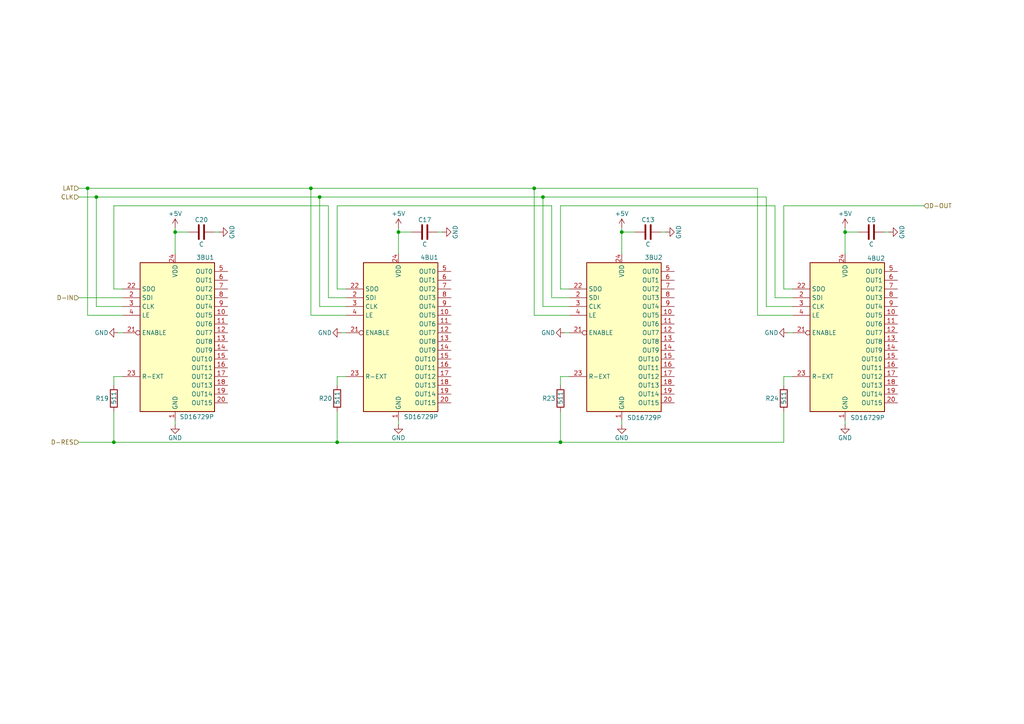
<source format=kicad_sch>
(kicad_sch
	(version 20231120)
	(generator "eeschema")
	(generator_version "8.0")
	(uuid "1c583824-079a-4a57-9356-86df998a9ef1")
	(paper "A4")
	(title_block
		(title "BLUE COLUMN BUFFERS")
		(date "2025-03-24")
		(rev "2009-06-20")
		(comment 1 "SEETOP-PH12-(1/4)4N.PCB")
	)
	(lib_symbols
		(symbol "Device:C"
			(pin_numbers hide)
			(pin_names
				(offset 0.254)
			)
			(exclude_from_sim no)
			(in_bom yes)
			(on_board yes)
			(property "Reference" "C"
				(at 0.635 2.54 0)
				(effects
					(font
						(size 1.27 1.27)
					)
					(justify left)
				)
			)
			(property "Value" "C"
				(at 0.635 -2.54 0)
				(effects
					(font
						(size 1.27 1.27)
					)
					(justify left)
				)
			)
			(property "Footprint" ""
				(at 0.9652 -3.81 0)
				(effects
					(font
						(size 1.27 1.27)
					)
					(hide yes)
				)
			)
			(property "Datasheet" "~"
				(at 0 0 0)
				(effects
					(font
						(size 1.27 1.27)
					)
					(hide yes)
				)
			)
			(property "Description" "Unpolarized capacitor"
				(at 0 0 0)
				(effects
					(font
						(size 1.27 1.27)
					)
					(hide yes)
				)
			)
			(property "ki_keywords" "cap capacitor"
				(at 0 0 0)
				(effects
					(font
						(size 1.27 1.27)
					)
					(hide yes)
				)
			)
			(property "ki_fp_filters" "C_*"
				(at 0 0 0)
				(effects
					(font
						(size 1.27 1.27)
					)
					(hide yes)
				)
			)
			(symbol "C_0_1"
				(polyline
					(pts
						(xy -2.032 -0.762) (xy 2.032 -0.762)
					)
					(stroke
						(width 0.508)
						(type default)
					)
					(fill
						(type none)
					)
				)
				(polyline
					(pts
						(xy -2.032 0.762) (xy 2.032 0.762)
					)
					(stroke
						(width 0.508)
						(type default)
					)
					(fill
						(type none)
					)
				)
			)
			(symbol "C_1_1"
				(pin passive line
					(at 0 3.81 270)
					(length 2.794)
					(name "~"
						(effects
							(font
								(size 1.27 1.27)
							)
						)
					)
					(number "1"
						(effects
							(font
								(size 1.27 1.27)
							)
						)
					)
				)
				(pin passive line
					(at 0 -3.81 90)
					(length 2.794)
					(name "~"
						(effects
							(font
								(size 1.27 1.27)
							)
						)
					)
					(number "2"
						(effects
							(font
								(size 1.27 1.27)
							)
						)
					)
				)
			)
		)
		(symbol "Device:R"
			(pin_numbers hide)
			(pin_names
				(offset 0)
			)
			(exclude_from_sim no)
			(in_bom yes)
			(on_board yes)
			(property "Reference" "R"
				(at 2.032 0 90)
				(effects
					(font
						(size 1.27 1.27)
					)
				)
			)
			(property "Value" "R"
				(at 0 0 90)
				(effects
					(font
						(size 1.27 1.27)
					)
				)
			)
			(property "Footprint" ""
				(at -1.778 0 90)
				(effects
					(font
						(size 1.27 1.27)
					)
					(hide yes)
				)
			)
			(property "Datasheet" "~"
				(at 0 0 0)
				(effects
					(font
						(size 1.27 1.27)
					)
					(hide yes)
				)
			)
			(property "Description" "Resistor"
				(at 0 0 0)
				(effects
					(font
						(size 1.27 1.27)
					)
					(hide yes)
				)
			)
			(property "ki_keywords" "R res resistor"
				(at 0 0 0)
				(effects
					(font
						(size 1.27 1.27)
					)
					(hide yes)
				)
			)
			(property "ki_fp_filters" "R_*"
				(at 0 0 0)
				(effects
					(font
						(size 1.27 1.27)
					)
					(hide yes)
				)
			)
			(symbol "R_0_1"
				(rectangle
					(start -1.016 -2.54)
					(end 1.016 2.54)
					(stroke
						(width 0.254)
						(type default)
					)
					(fill
						(type none)
					)
				)
			)
			(symbol "R_1_1"
				(pin passive line
					(at 0 3.81 270)
					(length 1.27)
					(name "~"
						(effects
							(font
								(size 1.27 1.27)
							)
						)
					)
					(number "1"
						(effects
							(font
								(size 1.27 1.27)
							)
						)
					)
				)
				(pin passive line
					(at 0 -3.81 90)
					(length 1.27)
					(name "~"
						(effects
							(font
								(size 1.27 1.27)
							)
						)
					)
					(number "2"
						(effects
							(font
								(size 1.27 1.27)
							)
						)
					)
				)
			)
		)
		(symbol "power:+5V"
			(power)
			(pin_numbers hide)
			(pin_names
				(offset 0) hide)
			(exclude_from_sim no)
			(in_bom yes)
			(on_board yes)
			(property "Reference" "#PWR"
				(at 0 -3.81 0)
				(effects
					(font
						(size 1.27 1.27)
					)
					(hide yes)
				)
			)
			(property "Value" "+5V"
				(at 0 3.556 0)
				(effects
					(font
						(size 1.27 1.27)
					)
				)
			)
			(property "Footprint" ""
				(at 0 0 0)
				(effects
					(font
						(size 1.27 1.27)
					)
					(hide yes)
				)
			)
			(property "Datasheet" ""
				(at 0 0 0)
				(effects
					(font
						(size 1.27 1.27)
					)
					(hide yes)
				)
			)
			(property "Description" "Power symbol creates a global label with name \"+5V\""
				(at 0 0 0)
				(effects
					(font
						(size 1.27 1.27)
					)
					(hide yes)
				)
			)
			(property "ki_keywords" "global power"
				(at 0 0 0)
				(effects
					(font
						(size 1.27 1.27)
					)
					(hide yes)
				)
			)
			(symbol "+5V_0_1"
				(polyline
					(pts
						(xy -0.762 1.27) (xy 0 2.54)
					)
					(stroke
						(width 0)
						(type default)
					)
					(fill
						(type none)
					)
				)
				(polyline
					(pts
						(xy 0 0) (xy 0 2.54)
					)
					(stroke
						(width 0)
						(type default)
					)
					(fill
						(type none)
					)
				)
				(polyline
					(pts
						(xy 0 2.54) (xy 0.762 1.27)
					)
					(stroke
						(width 0)
						(type default)
					)
					(fill
						(type none)
					)
				)
			)
			(symbol "+5V_1_1"
				(pin power_in line
					(at 0 0 90)
					(length 0)
					(name "~"
						(effects
							(font
								(size 1.27 1.27)
							)
						)
					)
					(number "1"
						(effects
							(font
								(size 1.27 1.27)
							)
						)
					)
				)
			)
		)
		(symbol "power:GND"
			(power)
			(pin_numbers hide)
			(pin_names
				(offset 0) hide)
			(exclude_from_sim no)
			(in_bom yes)
			(on_board yes)
			(property "Reference" "#PWR"
				(at 0 -6.35 0)
				(effects
					(font
						(size 1.27 1.27)
					)
					(hide yes)
				)
			)
			(property "Value" "GND"
				(at 0 -3.81 0)
				(effects
					(font
						(size 1.27 1.27)
					)
				)
			)
			(property "Footprint" ""
				(at 0 0 0)
				(effects
					(font
						(size 1.27 1.27)
					)
					(hide yes)
				)
			)
			(property "Datasheet" ""
				(at 0 0 0)
				(effects
					(font
						(size 1.27 1.27)
					)
					(hide yes)
				)
			)
			(property "Description" "Power symbol creates a global label with name \"GND\" , ground"
				(at 0 0 0)
				(effects
					(font
						(size 1.27 1.27)
					)
					(hide yes)
				)
			)
			(property "ki_keywords" "global power"
				(at 0 0 0)
				(effects
					(font
						(size 1.27 1.27)
					)
					(hide yes)
				)
			)
			(symbol "GND_0_1"
				(polyline
					(pts
						(xy 0 0) (xy 0 -1.27) (xy 1.27 -1.27) (xy 0 -2.54) (xy -1.27 -1.27) (xy 0 -1.27)
					)
					(stroke
						(width 0)
						(type default)
					)
					(fill
						(type none)
					)
				)
			)
			(symbol "GND_1_1"
				(pin power_in line
					(at 0 0 270)
					(length 0)
					(name "~"
						(effects
							(font
								(size 1.27 1.27)
							)
						)
					)
					(number "1"
						(effects
							(font
								(size 1.27 1.27)
							)
						)
					)
				)
			)
		)
		(symbol "private:SD16729P"
			(exclude_from_sim no)
			(in_bom yes)
			(on_board yes)
			(property "Reference" "U1"
				(at 7.874 21.59 0)
				(effects
					(font
						(size 1.27 1.27)
					)
					(justify left)
				)
			)
			(property "Value" "SD16729P"
				(at 1.778 -24.384 0)
				(effects
					(font
						(size 1.27 1.27)
					)
					(justify left)
				)
			)
			(property "Footprint" "Package_SO:QSOP-24_3.9x8.7mm_P0.635mm"
				(at 0.635 -24.765 0)
				(effects
					(font
						(size 1.27 1.27)
					)
					(justify left)
					(hide yes)
				)
			)
			(property "Datasheet" ""
				(at -10.16 17.78 0)
				(effects
					(font
						(size 1.27 1.27)
					)
					(hide yes)
				)
			)
			(property "Description" "16-channel LED driver with error detection, current gain control and 12/16 bit PWM brightness control, QSOP-24"
				(at -0.254 -3.556 0)
				(effects
					(font
						(size 1.27 1.27)
					)
					(hide yes)
				)
			)
			(property "ki_keywords" "PWM LED driver error detection brightness QSOP-24"
				(at 0 0 0)
				(effects
					(font
						(size 1.27 1.27)
					)
					(hide yes)
				)
			)
			(property "ki_fp_filters" "QSOP*3.9x8.7mm*P0.635mm*"
				(at 0 0 0)
				(effects
					(font
						(size 1.27 1.27)
					)
					(hide yes)
				)
			)
			(symbol "SD16729P_0_1"
				(rectangle
					(start -10.16 20.32)
					(end 11.43 -22.86)
					(stroke
						(width 0.254)
						(type default)
					)
					(fill
						(type background)
					)
				)
			)
			(symbol "SD16729P_1_1"
				(pin power_in line
					(at 0 -25.4 90)
					(length 2.54)
					(name "GND"
						(effects
							(font
								(size 1.27 1.27)
							)
						)
					)
					(number "1"
						(effects
							(font
								(size 1.27 1.27)
							)
						)
					)
				)
				(pin output line
					(at 15.24 5.08 180)
					(length 3.81)
					(name "OUT5"
						(effects
							(font
								(size 1.27 1.27)
							)
						)
					)
					(number "10"
						(effects
							(font
								(size 1.27 1.27)
							)
						)
					)
				)
				(pin output line
					(at 15.24 2.54 180)
					(length 3.81)
					(name "OUT6"
						(effects
							(font
								(size 1.27 1.27)
							)
						)
					)
					(number "11"
						(effects
							(font
								(size 1.27 1.27)
							)
						)
					)
				)
				(pin output line
					(at 15.24 0 180)
					(length 3.81)
					(name "OUT7"
						(effects
							(font
								(size 1.27 1.27)
							)
						)
					)
					(number "12"
						(effects
							(font
								(size 1.27 1.27)
							)
						)
					)
				)
				(pin output line
					(at 15.24 -2.54 180)
					(length 3.81)
					(name "OUT8"
						(effects
							(font
								(size 1.27 1.27)
							)
						)
					)
					(number "13"
						(effects
							(font
								(size 1.27 1.27)
							)
						)
					)
				)
				(pin output line
					(at 15.24 -5.08 180)
					(length 3.81)
					(name "OUT9"
						(effects
							(font
								(size 1.27 1.27)
							)
						)
					)
					(number "14"
						(effects
							(font
								(size 1.27 1.27)
							)
						)
					)
				)
				(pin output line
					(at 15.24 -7.62 180)
					(length 3.81)
					(name "OUT10"
						(effects
							(font
								(size 1.27 1.27)
							)
						)
					)
					(number "15"
						(effects
							(font
								(size 1.27 1.27)
							)
						)
					)
				)
				(pin output line
					(at 15.24 -10.16 180)
					(length 3.81)
					(name "OUT11"
						(effects
							(font
								(size 1.27 1.27)
							)
						)
					)
					(number "16"
						(effects
							(font
								(size 1.27 1.27)
							)
						)
					)
				)
				(pin output line
					(at 15.24 -12.7 180)
					(length 3.81)
					(name "OUT12"
						(effects
							(font
								(size 1.27 1.27)
							)
						)
					)
					(number "17"
						(effects
							(font
								(size 1.27 1.27)
							)
						)
					)
				)
				(pin output line
					(at 15.24 -15.24 180)
					(length 3.81)
					(name "OUT13"
						(effects
							(font
								(size 1.27 1.27)
							)
						)
					)
					(number "18"
						(effects
							(font
								(size 1.27 1.27)
							)
						)
					)
				)
				(pin output line
					(at 15.24 -17.78 180)
					(length 3.81)
					(name "OUT14"
						(effects
							(font
								(size 1.27 1.27)
							)
						)
					)
					(number "19"
						(effects
							(font
								(size 1.27 1.27)
							)
						)
					)
				)
				(pin input line
					(at -15.24 10.16 0)
					(length 5.08)
					(name "SDI"
						(effects
							(font
								(size 1.27 1.27)
							)
						)
					)
					(number "2"
						(effects
							(font
								(size 1.27 1.27)
							)
						)
					)
				)
				(pin output line
					(at 15.24 -20.32 180)
					(length 3.81)
					(name "OUT15"
						(effects
							(font
								(size 1.27 1.27)
							)
						)
					)
					(number "20"
						(effects
							(font
								(size 1.27 1.27)
							)
						)
					)
				)
				(pin input inverted
					(at -15.24 0 0)
					(length 5.08)
					(name "ENABLE"
						(effects
							(font
								(size 1.27 1.27)
							)
						)
					)
					(number "21"
						(effects
							(font
								(size 1.27 1.27)
							)
						)
					)
				)
				(pin output line
					(at -15.24 12.7 0)
					(length 5.08)
					(name "SDO"
						(effects
							(font
								(size 1.27 1.27)
							)
						)
					)
					(number "22"
						(effects
							(font
								(size 1.27 1.27)
							)
						)
					)
				)
				(pin passive line
					(at -15.24 -12.7 0)
					(length 5.08)
					(name "R-EXT"
						(effects
							(font
								(size 1.27 1.27)
							)
						)
					)
					(number "23"
						(effects
							(font
								(size 1.27 1.27)
							)
						)
					)
				)
				(pin power_in line
					(at 0 22.86 270)
					(length 2.54)
					(name "VDD"
						(effects
							(font
								(size 1.27 1.27)
							)
						)
					)
					(number "24"
						(effects
							(font
								(size 1.27 1.27)
							)
						)
					)
				)
				(pin input line
					(at -15.24 7.62 0)
					(length 5.08)
					(name "CLK"
						(effects
							(font
								(size 1.27 1.27)
							)
						)
					)
					(number "3"
						(effects
							(font
								(size 1.27 1.27)
							)
						)
					)
				)
				(pin input line
					(at -15.24 5.08 0)
					(length 5.08)
					(name "LE"
						(effects
							(font
								(size 1.27 1.27)
							)
						)
					)
					(number "4"
						(effects
							(font
								(size 1.27 1.27)
							)
						)
					)
				)
				(pin output line
					(at 15.24 17.78 180)
					(length 3.81)
					(name "OUT0"
						(effects
							(font
								(size 1.27 1.27)
							)
						)
					)
					(number "5"
						(effects
							(font
								(size 1.27 1.27)
							)
						)
					)
				)
				(pin output line
					(at 15.24 15.24 180)
					(length 3.81)
					(name "OUT1"
						(effects
							(font
								(size 1.27 1.27)
							)
						)
					)
					(number "6"
						(effects
							(font
								(size 1.27 1.27)
							)
						)
					)
				)
				(pin output line
					(at 15.24 12.7 180)
					(length 3.81)
					(name "OUT2"
						(effects
							(font
								(size 1.27 1.27)
							)
						)
					)
					(number "7"
						(effects
							(font
								(size 1.27 1.27)
							)
						)
					)
				)
				(pin output line
					(at 15.24 10.16 180)
					(length 3.81)
					(name "OUT3"
						(effects
							(font
								(size 1.27 1.27)
							)
						)
					)
					(number "8"
						(effects
							(font
								(size 1.27 1.27)
							)
						)
					)
				)
				(pin output line
					(at 15.24 7.62 180)
					(length 3.81)
					(name "OUT4"
						(effects
							(font
								(size 1.27 1.27)
							)
						)
					)
					(number "9"
						(effects
							(font
								(size 1.27 1.27)
							)
						)
					)
				)
			)
		)
	)
	(junction
		(at 115.57 67.31)
		(diameter 0)
		(color 0 0 0 0)
		(uuid "1c52a2a7-8361-42f0-9217-65da31cbabb1")
	)
	(junction
		(at 27.94 57.15)
		(diameter 0)
		(color 0 0 0 0)
		(uuid "1de10ec1-25db-4c01-a803-325147d18fd4")
	)
	(junction
		(at 157.48 57.15)
		(diameter 0)
		(color 0 0 0 0)
		(uuid "48c2056f-081b-44ec-8887-7f3fdd0117b0")
	)
	(junction
		(at 180.34 67.31)
		(diameter 0)
		(color 0 0 0 0)
		(uuid "498928b3-fd81-4785-a720-f41730c0b151")
	)
	(junction
		(at 245.11 67.31)
		(diameter 0)
		(color 0 0 0 0)
		(uuid "7f3432c4-b5f6-4f80-8b76-7e5219c67a50")
	)
	(junction
		(at 97.79 128.27)
		(diameter 0)
		(color 0 0 0 0)
		(uuid "9761b807-8aee-4c1a-89fc-ccd47c42e2b0")
	)
	(junction
		(at 50.8 67.31)
		(diameter 0)
		(color 0 0 0 0)
		(uuid "9a9db8a3-3da8-4a5b-8a72-07c937e177ab")
	)
	(junction
		(at 90.17 54.61)
		(diameter 0)
		(color 0 0 0 0)
		(uuid "ac6ea9b5-0418-45aa-b6a4-9e5037042bc4")
	)
	(junction
		(at 162.56 128.27)
		(diameter 0)
		(color 0 0 0 0)
		(uuid "b9f91801-691c-46ee-ad9e-ad975ab87059")
	)
	(junction
		(at 154.94 54.61)
		(diameter 0)
		(color 0 0 0 0)
		(uuid "d9816ffd-8ffb-4341-977b-5cd655af13ab")
	)
	(junction
		(at 33.02 128.27)
		(diameter 0)
		(color 0 0 0 0)
		(uuid "e5f53d8f-5994-454c-9495-9a8b0cef819d")
	)
	(junction
		(at 25.4 54.61)
		(diameter 0)
		(color 0 0 0 0)
		(uuid "e8b23980-dc8a-47ef-9b92-0fe3f8f7ccfa")
	)
	(junction
		(at 92.71 57.15)
		(diameter 0)
		(color 0 0 0 0)
		(uuid "f2465982-adf9-4e90-9e81-8d981848071f")
	)
	(wire
		(pts
			(xy 227.33 109.22) (xy 227.33 111.76)
		)
		(stroke
			(width 0)
			(type default)
		)
		(uuid "005af82f-af52-400e-b580-dc844c0fde37")
	)
	(wire
		(pts
			(xy 165.1 91.44) (xy 154.94 91.44)
		)
		(stroke
			(width 0)
			(type default)
		)
		(uuid "09c9d2b7-ee28-4341-b647-f5a1975c63c8")
	)
	(wire
		(pts
			(xy 245.11 66.04) (xy 245.11 67.31)
		)
		(stroke
			(width 0)
			(type default)
		)
		(uuid "0a49fddf-bd57-4549-ac2d-afbae80ffc37")
	)
	(wire
		(pts
			(xy 33.02 119.38) (xy 33.02 128.27)
		)
		(stroke
			(width 0)
			(type default)
		)
		(uuid "0d5b1fb2-3923-4287-a112-32956f79f816")
	)
	(wire
		(pts
			(xy 127 67.31) (xy 128.27 67.31)
		)
		(stroke
			(width 0)
			(type default)
		)
		(uuid "0dcb5afb-cbcd-4510-8275-f8a5ab1ae0b4")
	)
	(wire
		(pts
			(xy 157.48 57.15) (xy 157.48 88.9)
		)
		(stroke
			(width 0)
			(type default)
		)
		(uuid "0e308bc2-e721-451d-80af-427b6c389073")
	)
	(wire
		(pts
			(xy 97.79 59.69) (xy 97.79 83.82)
		)
		(stroke
			(width 0)
			(type default)
		)
		(uuid "122569f5-9e37-4596-b1f8-6b3d15120dea")
	)
	(wire
		(pts
			(xy 245.11 121.92) (xy 245.11 123.19)
		)
		(stroke
			(width 0)
			(type default)
		)
		(uuid "14423659-b49d-4481-a4be-a0702dd06960")
	)
	(wire
		(pts
			(xy 92.71 88.9) (xy 100.33 88.9)
		)
		(stroke
			(width 0)
			(type default)
		)
		(uuid "151d298b-ce1f-4563-995d-41661cd5e764")
	)
	(wire
		(pts
			(xy 222.25 57.15) (xy 222.25 88.9)
		)
		(stroke
			(width 0)
			(type default)
		)
		(uuid "15549b12-7feb-4d98-bcb5-51ff19a7d452")
	)
	(wire
		(pts
			(xy 219.71 91.44) (xy 229.87 91.44)
		)
		(stroke
			(width 0)
			(type default)
		)
		(uuid "1b33cd93-c36a-4f2b-90d3-395658480659")
	)
	(wire
		(pts
			(xy 162.56 119.38) (xy 162.56 128.27)
		)
		(stroke
			(width 0)
			(type default)
		)
		(uuid "241d321d-1352-4c18-8ff5-34ab51975cdc")
	)
	(wire
		(pts
			(xy 90.17 54.61) (xy 154.94 54.61)
		)
		(stroke
			(width 0)
			(type default)
		)
		(uuid "28e1baa2-4156-4e4a-a9ca-4c2c06fb4677")
	)
	(wire
		(pts
			(xy 228.6 96.52) (xy 229.87 96.52)
		)
		(stroke
			(width 0)
			(type default)
		)
		(uuid "2bce69a4-4bdb-4d89-aed7-c41fbae700ac")
	)
	(wire
		(pts
			(xy 35.56 88.9) (xy 27.94 88.9)
		)
		(stroke
			(width 0)
			(type default)
		)
		(uuid "3546b122-2c7d-443a-8ad9-debcaf098174")
	)
	(wire
		(pts
			(xy 256.54 67.31) (xy 257.81 67.31)
		)
		(stroke
			(width 0)
			(type default)
		)
		(uuid "35602a2d-14f6-4c5e-936e-e97d170cb321")
	)
	(wire
		(pts
			(xy 90.17 54.61) (xy 90.17 91.44)
		)
		(stroke
			(width 0)
			(type default)
		)
		(uuid "37ee25da-b285-4c84-b317-68cc885b4017")
	)
	(wire
		(pts
			(xy 180.34 67.31) (xy 180.34 73.66)
		)
		(stroke
			(width 0)
			(type default)
		)
		(uuid "39ffc795-9e89-4367-b6b7-6f7608cab038")
	)
	(wire
		(pts
			(xy 245.11 67.31) (xy 245.11 73.66)
		)
		(stroke
			(width 0)
			(type default)
		)
		(uuid "3b56f3e4-9106-42b8-8215-5a90092b2af3")
	)
	(wire
		(pts
			(xy 115.57 67.31) (xy 115.57 73.66)
		)
		(stroke
			(width 0)
			(type default)
		)
		(uuid "4707bd76-2bd7-47ed-88c7-82f66be4dd93")
	)
	(wire
		(pts
			(xy 115.57 121.92) (xy 115.57 123.19)
		)
		(stroke
			(width 0)
			(type default)
		)
		(uuid "4cd59da4-1721-4daa-8b14-376d4f1fe567")
	)
	(wire
		(pts
			(xy 227.33 59.69) (xy 267.97 59.69)
		)
		(stroke
			(width 0)
			(type default)
		)
		(uuid "50064a29-5fb4-41f2-9230-397d780b497c")
	)
	(wire
		(pts
			(xy 27.94 57.15) (xy 92.71 57.15)
		)
		(stroke
			(width 0)
			(type default)
		)
		(uuid "51a25e2e-9713-43b6-821f-b0df706f7ede")
	)
	(wire
		(pts
			(xy 50.8 121.92) (xy 50.8 123.19)
		)
		(stroke
			(width 0)
			(type default)
		)
		(uuid "51cedc42-749f-455a-aace-48ec1e9430cc")
	)
	(wire
		(pts
			(xy 229.87 83.82) (xy 227.33 83.82)
		)
		(stroke
			(width 0)
			(type default)
		)
		(uuid "527f380b-d211-40e2-8b3a-e1a5ad451153")
	)
	(wire
		(pts
			(xy 229.87 109.22) (xy 227.33 109.22)
		)
		(stroke
			(width 0)
			(type default)
		)
		(uuid "570bed21-dcf8-4783-8c9c-8b19c493a301")
	)
	(wire
		(pts
			(xy 50.8 66.04) (xy 50.8 67.31)
		)
		(stroke
			(width 0)
			(type default)
		)
		(uuid "5799b211-83a9-4d82-814e-fd9135206f9a")
	)
	(wire
		(pts
			(xy 97.79 128.27) (xy 162.56 128.27)
		)
		(stroke
			(width 0)
			(type default)
		)
		(uuid "58d97da0-edc0-4da9-9920-bdf270c0ee35")
	)
	(wire
		(pts
			(xy 33.02 83.82) (xy 35.56 83.82)
		)
		(stroke
			(width 0)
			(type default)
		)
		(uuid "598e55cf-b38f-441c-82df-92229d54cb03")
	)
	(wire
		(pts
			(xy 180.34 121.92) (xy 180.34 123.19)
		)
		(stroke
			(width 0)
			(type default)
		)
		(uuid "612a732f-9d17-4bab-b875-51476be2c3e8")
	)
	(wire
		(pts
			(xy 162.56 83.82) (xy 165.1 83.82)
		)
		(stroke
			(width 0)
			(type default)
		)
		(uuid "62e4130e-c289-4022-9128-ed535bb0d5a5")
	)
	(wire
		(pts
			(xy 191.77 67.31) (xy 193.04 67.31)
		)
		(stroke
			(width 0)
			(type default)
		)
		(uuid "635c06ee-63b4-469c-94bc-05cf2702fe05")
	)
	(wire
		(pts
			(xy 154.94 54.61) (xy 154.94 91.44)
		)
		(stroke
			(width 0)
			(type default)
		)
		(uuid "65fde8b2-e69f-4a53-81b4-ae392785a0a2")
	)
	(wire
		(pts
			(xy 219.71 54.61) (xy 219.71 91.44)
		)
		(stroke
			(width 0)
			(type default)
		)
		(uuid "6a91f54c-c96c-4aa2-b360-119e720a24eb")
	)
	(wire
		(pts
			(xy 115.57 67.31) (xy 119.38 67.31)
		)
		(stroke
			(width 0)
			(type default)
		)
		(uuid "6ce8cc12-0792-4799-9c04-6f3105318ec3")
	)
	(wire
		(pts
			(xy 160.02 86.36) (xy 160.02 59.69)
		)
		(stroke
			(width 0)
			(type default)
		)
		(uuid "6e6045dc-a91b-4124-bd5d-c0bacb8f11da")
	)
	(wire
		(pts
			(xy 35.56 91.44) (xy 25.4 91.44)
		)
		(stroke
			(width 0)
			(type default)
		)
		(uuid "70cd2741-3acf-4fa9-bf8c-c11550d5e332")
	)
	(wire
		(pts
			(xy 222.25 88.9) (xy 229.87 88.9)
		)
		(stroke
			(width 0)
			(type default)
		)
		(uuid "7112f6e1-92d0-435a-ab29-a5a713071386")
	)
	(wire
		(pts
			(xy 99.06 96.52) (xy 100.33 96.52)
		)
		(stroke
			(width 0)
			(type default)
		)
		(uuid "72b9a880-c1f8-4ca7-bd2f-f2a26d3119a3")
	)
	(wire
		(pts
			(xy 95.25 86.36) (xy 95.25 59.69)
		)
		(stroke
			(width 0)
			(type default)
		)
		(uuid "7700a870-542d-4ee4-b6cb-82a9b60d3757")
	)
	(wire
		(pts
			(xy 50.8 67.31) (xy 54.61 67.31)
		)
		(stroke
			(width 0)
			(type default)
		)
		(uuid "798a623b-19a8-4fe5-b4d3-690135b77ea7")
	)
	(wire
		(pts
			(xy 100.33 91.44) (xy 90.17 91.44)
		)
		(stroke
			(width 0)
			(type default)
		)
		(uuid "7aea4ca4-70f9-4ac2-87dc-dbb1bb7796a6")
	)
	(wire
		(pts
			(xy 22.86 57.15) (xy 27.94 57.15)
		)
		(stroke
			(width 0)
			(type default)
		)
		(uuid "7d398094-4ec1-491c-88ae-c8fe5deff16b")
	)
	(wire
		(pts
			(xy 97.79 109.22) (xy 97.79 111.76)
		)
		(stroke
			(width 0)
			(type default)
		)
		(uuid "813273ab-e1e1-47fb-86ba-998d04d1d556")
	)
	(wire
		(pts
			(xy 33.02 59.69) (xy 33.02 83.82)
		)
		(stroke
			(width 0)
			(type default)
		)
		(uuid "82cadc72-4bf2-46df-933b-aaf4ff2a9e5e")
	)
	(wire
		(pts
			(xy 165.1 86.36) (xy 160.02 86.36)
		)
		(stroke
			(width 0)
			(type default)
		)
		(uuid "85756e72-32be-49b2-9049-1127e7d67987")
	)
	(wire
		(pts
			(xy 33.02 109.22) (xy 33.02 111.76)
		)
		(stroke
			(width 0)
			(type default)
		)
		(uuid "8a4282cb-7b33-4810-8875-5df158d005bc")
	)
	(wire
		(pts
			(xy 100.33 109.22) (xy 97.79 109.22)
		)
		(stroke
			(width 0)
			(type default)
		)
		(uuid "8aaf2bc8-bc83-4a6b-ad0c-293d8d1e273b")
	)
	(wire
		(pts
			(xy 180.34 66.04) (xy 180.34 67.31)
		)
		(stroke
			(width 0)
			(type default)
		)
		(uuid "90dfa27c-fe54-45b5-87c4-b1ccb6e4de2a")
	)
	(wire
		(pts
			(xy 154.94 54.61) (xy 219.71 54.61)
		)
		(stroke
			(width 0)
			(type default)
		)
		(uuid "96ae747e-45f4-4d34-8da0-904e3e23bee7")
	)
	(wire
		(pts
			(xy 157.48 57.15) (xy 222.25 57.15)
		)
		(stroke
			(width 0)
			(type default)
		)
		(uuid "98d18b03-4cad-46d3-b799-ca703b57afe1")
	)
	(wire
		(pts
			(xy 22.86 54.61) (xy 25.4 54.61)
		)
		(stroke
			(width 0)
			(type default)
		)
		(uuid "9a86807d-c8ca-4f29-93e3-54113b12919d")
	)
	(wire
		(pts
			(xy 224.79 59.69) (xy 162.56 59.69)
		)
		(stroke
			(width 0)
			(type default)
		)
		(uuid "9be4a0d2-7f0a-4b95-9cc7-94844f43e1a0")
	)
	(wire
		(pts
			(xy 34.29 96.52) (xy 35.56 96.52)
		)
		(stroke
			(width 0)
			(type default)
		)
		(uuid "9e5ae94e-bd3e-4c3d-810d-a0a3bc133dcd")
	)
	(wire
		(pts
			(xy 25.4 54.61) (xy 90.17 54.61)
		)
		(stroke
			(width 0)
			(type default)
		)
		(uuid "a055bb81-70a8-4743-8c01-dec9f7362eea")
	)
	(wire
		(pts
			(xy 180.34 67.31) (xy 184.15 67.31)
		)
		(stroke
			(width 0)
			(type default)
		)
		(uuid "a2ed790b-ca23-4cfe-9203-81136953a62f")
	)
	(wire
		(pts
			(xy 229.87 86.36) (xy 224.79 86.36)
		)
		(stroke
			(width 0)
			(type default)
		)
		(uuid "a41bf4a5-358b-4a49-b358-f7864c28f44a")
	)
	(wire
		(pts
			(xy 97.79 83.82) (xy 100.33 83.82)
		)
		(stroke
			(width 0)
			(type default)
		)
		(uuid "a8a34a4e-a2d4-42bd-82d5-d409d9d81288")
	)
	(wire
		(pts
			(xy 163.83 96.52) (xy 165.1 96.52)
		)
		(stroke
			(width 0)
			(type default)
		)
		(uuid "a950857d-dc4e-403f-b6bf-79b4c2bb1939")
	)
	(wire
		(pts
			(xy 95.25 59.69) (xy 33.02 59.69)
		)
		(stroke
			(width 0)
			(type default)
		)
		(uuid "accc4280-160f-4c83-a9c4-0eafb7c3ed7c")
	)
	(wire
		(pts
			(xy 115.57 66.04) (xy 115.57 67.31)
		)
		(stroke
			(width 0)
			(type default)
		)
		(uuid "ace943db-7b92-456a-9fe6-493ba9f1424f")
	)
	(wire
		(pts
			(xy 157.48 88.9) (xy 165.1 88.9)
		)
		(stroke
			(width 0)
			(type default)
		)
		(uuid "adcb4131-5e8b-44f0-a4e5-7ff64650bada")
	)
	(wire
		(pts
			(xy 160.02 59.69) (xy 97.79 59.69)
		)
		(stroke
			(width 0)
			(type default)
		)
		(uuid "af1c8245-052b-462a-9544-d513ba731275")
	)
	(wire
		(pts
			(xy 92.71 57.15) (xy 157.48 57.15)
		)
		(stroke
			(width 0)
			(type default)
		)
		(uuid "afef2354-e3d2-4169-91ac-388757e645ad")
	)
	(wire
		(pts
			(xy 165.1 109.22) (xy 162.56 109.22)
		)
		(stroke
			(width 0)
			(type default)
		)
		(uuid "b2c5cb9f-bc0e-4e77-a539-1d445010edf9")
	)
	(wire
		(pts
			(xy 162.56 128.27) (xy 227.33 128.27)
		)
		(stroke
			(width 0)
			(type default)
		)
		(uuid "b6ff15b4-327a-434e-9004-e69e7ba9e1f7")
	)
	(wire
		(pts
			(xy 162.56 59.69) (xy 162.56 83.82)
		)
		(stroke
			(width 0)
			(type default)
		)
		(uuid "c0d62322-5953-4f7f-9bbb-8c5bee761f95")
	)
	(wire
		(pts
			(xy 227.33 83.82) (xy 227.33 59.69)
		)
		(stroke
			(width 0)
			(type default)
		)
		(uuid "c0e5f54b-9d16-4c0f-911c-63b0c08a5269")
	)
	(wire
		(pts
			(xy 245.11 67.31) (xy 248.92 67.31)
		)
		(stroke
			(width 0)
			(type default)
		)
		(uuid "c79a072f-8719-4b3d-a70d-2291cc6dd182")
	)
	(wire
		(pts
			(xy 22.86 128.27) (xy 33.02 128.27)
		)
		(stroke
			(width 0)
			(type default)
		)
		(uuid "d1450af4-d351-4f41-a460-02837aaf87e5")
	)
	(wire
		(pts
			(xy 50.8 67.31) (xy 50.8 73.66)
		)
		(stroke
			(width 0)
			(type default)
		)
		(uuid "d82bf4c7-1003-4591-903f-87277fd20e8b")
	)
	(wire
		(pts
			(xy 27.94 57.15) (xy 27.94 88.9)
		)
		(stroke
			(width 0)
			(type default)
		)
		(uuid "e2c9ecb4-c9db-4cde-bf13-67215380d662")
	)
	(wire
		(pts
			(xy 62.23 67.31) (xy 63.5 67.31)
		)
		(stroke
			(width 0)
			(type default)
		)
		(uuid "e51aa008-7231-45f7-ad3d-ebe52f90aaab")
	)
	(wire
		(pts
			(xy 33.02 128.27) (xy 97.79 128.27)
		)
		(stroke
			(width 0)
			(type default)
		)
		(uuid "ebfa331c-06b3-4d5a-a766-41fc92d842e7")
	)
	(wire
		(pts
			(xy 92.71 57.15) (xy 92.71 88.9)
		)
		(stroke
			(width 0)
			(type default)
		)
		(uuid "f01f5d02-b2ee-445a-9bc8-0831dc76ebf5")
	)
	(wire
		(pts
			(xy 25.4 54.61) (xy 25.4 91.44)
		)
		(stroke
			(width 0)
			(type default)
		)
		(uuid "f26b344e-1d5b-4c13-ac0a-3d706be1e0e4")
	)
	(wire
		(pts
			(xy 162.56 109.22) (xy 162.56 111.76)
		)
		(stroke
			(width 0)
			(type default)
		)
		(uuid "f326cbc9-86e8-4e88-a4c7-28bcf9eca727")
	)
	(wire
		(pts
			(xy 97.79 119.38) (xy 97.79 128.27)
		)
		(stroke
			(width 0)
			(type default)
		)
		(uuid "f427a2ec-ccba-4067-a40f-390bcd63ece1")
	)
	(wire
		(pts
			(xy 100.33 86.36) (xy 95.25 86.36)
		)
		(stroke
			(width 0)
			(type default)
		)
		(uuid "f61ca3d5-6a0c-44f1-a80b-cb06851a7de4")
	)
	(wire
		(pts
			(xy 224.79 86.36) (xy 224.79 59.69)
		)
		(stroke
			(width 0)
			(type default)
		)
		(uuid "fbcba094-e25b-40e0-a0bd-94aa20894d6c")
	)
	(wire
		(pts
			(xy 227.33 119.38) (xy 227.33 128.27)
		)
		(stroke
			(width 0)
			(type default)
		)
		(uuid "fc00c384-4cbb-460f-a5b7-30f72b751b97")
	)
	(wire
		(pts
			(xy 22.86 86.36) (xy 35.56 86.36)
		)
		(stroke
			(width 0)
			(type default)
		)
		(uuid "ff145a45-8929-46c1-8632-a1bd26a4f55f")
	)
	(wire
		(pts
			(xy 35.56 109.22) (xy 33.02 109.22)
		)
		(stroke
			(width 0)
			(type default)
		)
		(uuid "ff5155ed-a048-4297-b664-48fda6141f24")
	)
	(hierarchical_label "D-OUT"
		(shape input)
		(at 267.97 59.69 0)
		(effects
			(font
				(size 1.27 1.27)
			)
			(justify left)
		)
		(uuid "14587ce0-fd4a-48a3-ba48-5a077fa61dc1")
	)
	(hierarchical_label "CLK"
		(shape input)
		(at 22.86 57.15 180)
		(effects
			(font
				(size 1.27 1.27)
			)
			(justify right)
		)
		(uuid "70e4947b-349f-4f86-94a7-f27b1419be7b")
	)
	(hierarchical_label "LAT"
		(shape input)
		(at 22.86 54.61 180)
		(effects
			(font
				(size 1.27 1.27)
			)
			(justify right)
		)
		(uuid "95e6ec0e-8511-4a87-aadc-09fb7a7b310b")
	)
	(hierarchical_label "D-RES"
		(shape input)
		(at 22.86 128.27 180)
		(effects
			(font
				(size 1.27 1.27)
			)
			(justify right)
		)
		(uuid "de3f2937-632e-432c-b022-b8880ff30348")
	)
	(hierarchical_label "D-IN"
		(shape input)
		(at 22.86 86.36 180)
		(effects
			(font
				(size 1.27 1.27)
			)
			(justify right)
		)
		(uuid "f8e97d98-8c43-432a-922a-dac32e19a225")
	)
	(symbol
		(lib_id "power:GND")
		(at 34.29 96.52 270)
		(unit 1)
		(exclude_from_sim no)
		(in_bom yes)
		(on_board yes)
		(dnp no)
		(uuid "09ea9917-9780-44b7-8ab9-b59aba417028")
		(property "Reference" "#PWR077"
			(at 27.94 96.52 0)
			(effects
				(font
					(size 1.27 1.27)
				)
				(hide yes)
			)
		)
		(property "Value" "GND"
			(at 31.496 96.52 90)
			(effects
				(font
					(size 1.27 1.27)
				)
				(justify right)
			)
		)
		(property "Footprint" ""
			(at 34.29 96.52 0)
			(effects
				(font
					(size 1.27 1.27)
				)
				(hide yes)
			)
		)
		(property "Datasheet" ""
			(at 34.29 96.52 0)
			(effects
				(font
					(size 1.27 1.27)
				)
				(hide yes)
			)
		)
		(property "Description" "Power symbol creates a global label with name \"GND\" , ground"
			(at 34.29 96.52 0)
			(effects
				(font
					(size 1.27 1.27)
				)
				(hide yes)
			)
		)
		(pin "1"
			(uuid "f859086b-8298-42be-8984-4407802d205f")
		)
		(instances
			(project "SEETOP-PH12"
				(path "/68a8ae38-7cbe-4908-bee0-004819ef8599/dd466faa-6387-4230-9381-2137a1d6476a"
					(reference "#PWR077")
					(unit 1)
				)
			)
		)
	)
	(symbol
		(lib_id "power:+5V")
		(at 115.57 66.04 0)
		(unit 1)
		(exclude_from_sim no)
		(in_bom yes)
		(on_board yes)
		(dnp no)
		(uuid "0cb76625-de90-4908-b56f-0dbb2d7f3520")
		(property "Reference" "#PWR056"
			(at 115.57 69.85 0)
			(effects
				(font
					(size 1.27 1.27)
				)
				(hide yes)
			)
		)
		(property "Value" "+5V"
			(at 115.57 61.976 0)
			(effects
				(font
					(size 1.27 1.27)
				)
			)
		)
		(property "Footprint" ""
			(at 115.57 66.04 0)
			(effects
				(font
					(size 1.27 1.27)
				)
				(hide yes)
			)
		)
		(property "Datasheet" ""
			(at 115.57 66.04 0)
			(effects
				(font
					(size 1.27 1.27)
				)
				(hide yes)
			)
		)
		(property "Description" "Power symbol creates a global label with name \"+5V\""
			(at 115.57 66.04 0)
			(effects
				(font
					(size 1.27 1.27)
				)
				(hide yes)
			)
		)
		(pin "1"
			(uuid "a3a88e48-52ec-4077-a39b-f5379879f3cc")
		)
		(instances
			(project "SEETOP-PH12"
				(path "/68a8ae38-7cbe-4908-bee0-004819ef8599/dd466faa-6387-4230-9381-2137a1d6476a"
					(reference "#PWR056")
					(unit 1)
				)
			)
		)
	)
	(symbol
		(lib_id "Device:R")
		(at 227.33 115.57 0)
		(unit 1)
		(exclude_from_sim no)
		(in_bom yes)
		(on_board yes)
		(dnp no)
		(uuid "1d670d8c-43b1-40b8-8ef6-c3e37c217bd5")
		(property "Reference" "R24"
			(at 221.996 115.57 0)
			(effects
				(font
					(size 1.27 1.27)
				)
				(justify left)
			)
		)
		(property "Value" "511"
			(at 227.33 117.348 90)
			(effects
				(font
					(size 1.27 1.27)
				)
				(justify left)
			)
		)
		(property "Footprint" ""
			(at 225.552 115.57 90)
			(effects
				(font
					(size 1.27 1.27)
				)
				(hide yes)
			)
		)
		(property "Datasheet" "~"
			(at 227.33 115.57 0)
			(effects
				(font
					(size 1.27 1.27)
				)
				(hide yes)
			)
		)
		(property "Description" "Resistor"
			(at 227.33 115.57 0)
			(effects
				(font
					(size 1.27 1.27)
				)
				(hide yes)
			)
		)
		(pin "1"
			(uuid "38c9829f-3503-4635-9f12-25d4e988d879")
		)
		(pin "2"
			(uuid "5b5379bf-1c4e-4f35-9be2-f8e1dd92de19")
		)
		(instances
			(project "SEETOP-PH12"
				(path "/68a8ae38-7cbe-4908-bee0-004819ef8599/dd466faa-6387-4230-9381-2137a1d6476a"
					(reference "R24")
					(unit 1)
				)
			)
		)
	)
	(symbol
		(lib_id "power:GND")
		(at 50.8 123.19 0)
		(unit 1)
		(exclude_from_sim no)
		(in_bom yes)
		(on_board yes)
		(dnp no)
		(uuid "2062bf02-9661-4fcf-927b-d73cbd05d825")
		(property "Reference" "#PWR054"
			(at 50.8 129.54 0)
			(effects
				(font
					(size 1.27 1.27)
				)
				(hide yes)
			)
		)
		(property "Value" "GND"
			(at 52.832 127 0)
			(effects
				(font
					(size 1.27 1.27)
				)
				(justify right)
			)
		)
		(property "Footprint" ""
			(at 50.8 123.19 0)
			(effects
				(font
					(size 1.27 1.27)
				)
				(hide yes)
			)
		)
		(property "Datasheet" ""
			(at 50.8 123.19 0)
			(effects
				(font
					(size 1.27 1.27)
				)
				(hide yes)
			)
		)
		(property "Description" "Power symbol creates a global label with name \"GND\" , ground"
			(at 50.8 123.19 0)
			(effects
				(font
					(size 1.27 1.27)
				)
				(hide yes)
			)
		)
		(pin "1"
			(uuid "29338221-0a54-46d5-9d00-4eb291153dcb")
		)
		(instances
			(project "SEETOP-PH12"
				(path "/68a8ae38-7cbe-4908-bee0-004819ef8599/dd466faa-6387-4230-9381-2137a1d6476a"
					(reference "#PWR054")
					(unit 1)
				)
			)
		)
	)
	(symbol
		(lib_id "Device:R")
		(at 162.56 115.57 0)
		(unit 1)
		(exclude_from_sim no)
		(in_bom yes)
		(on_board yes)
		(dnp no)
		(uuid "24f4d459-9712-4db2-b24b-25a3f29afc55")
		(property "Reference" "R23"
			(at 157.226 115.57 0)
			(effects
				(font
					(size 1.27 1.27)
				)
				(justify left)
			)
		)
		(property "Value" "511"
			(at 162.56 117.348 90)
			(effects
				(font
					(size 1.27 1.27)
				)
				(justify left)
			)
		)
		(property "Footprint" ""
			(at 160.782 115.57 90)
			(effects
				(font
					(size 1.27 1.27)
				)
				(hide yes)
			)
		)
		(property "Datasheet" "~"
			(at 162.56 115.57 0)
			(effects
				(font
					(size 1.27 1.27)
				)
				(hide yes)
			)
		)
		(property "Description" "Resistor"
			(at 162.56 115.57 0)
			(effects
				(font
					(size 1.27 1.27)
				)
				(hide yes)
			)
		)
		(pin "1"
			(uuid "fb9165f9-e7a3-48ce-bdd3-a88423b47faf")
		)
		(pin "2"
			(uuid "40a19f69-e2e8-4a0e-8052-3f285c0e808e")
		)
		(instances
			(project "SEETOP-PH12"
				(path "/68a8ae38-7cbe-4908-bee0-004819ef8599/dd466faa-6387-4230-9381-2137a1d6476a"
					(reference "R23")
					(unit 1)
				)
			)
		)
	)
	(symbol
		(lib_id "power:GND")
		(at 257.81 67.31 90)
		(unit 1)
		(exclude_from_sim no)
		(in_bom yes)
		(on_board yes)
		(dnp no)
		(uuid "2e8e88dd-ac28-4870-b4d5-26fee95e4673")
		(property "Reference" "#PWR064"
			(at 264.16 67.31 0)
			(effects
				(font
					(size 1.27 1.27)
				)
				(hide yes)
			)
		)
		(property "Value" "GND"
			(at 261.62 65.278 0)
			(effects
				(font
					(size 1.27 1.27)
				)
				(justify right)
			)
		)
		(property "Footprint" ""
			(at 257.81 67.31 0)
			(effects
				(font
					(size 1.27 1.27)
				)
				(hide yes)
			)
		)
		(property "Datasheet" ""
			(at 257.81 67.31 0)
			(effects
				(font
					(size 1.27 1.27)
				)
				(hide yes)
			)
		)
		(property "Description" "Power symbol creates a global label with name \"GND\" , ground"
			(at 257.81 67.31 0)
			(effects
				(font
					(size 1.27 1.27)
				)
				(hide yes)
			)
		)
		(pin "1"
			(uuid "d2fcdc9d-b81e-4183-8ca5-b00be71af9ea")
		)
		(instances
			(project "SEETOP-PH12"
				(path "/68a8ae38-7cbe-4908-bee0-004819ef8599/dd466faa-6387-4230-9381-2137a1d6476a"
					(reference "#PWR064")
					(unit 1)
				)
			)
		)
	)
	(symbol
		(lib_id "Device:C")
		(at 123.19 67.31 90)
		(unit 1)
		(exclude_from_sim no)
		(in_bom yes)
		(on_board yes)
		(dnp no)
		(uuid "47a12b7e-1b1e-4848-ba69-10de5062b0de")
		(property "Reference" "C17"
			(at 123.19 63.754 90)
			(effects
				(font
					(size 1.27 1.27)
				)
			)
		)
		(property "Value" "C"
			(at 123.19 70.866 90)
			(effects
				(font
					(size 1.27 1.27)
				)
			)
		)
		(property "Footprint" ""
			(at 127 66.3448 0)
			(effects
				(font
					(size 1.27 1.27)
				)
				(hide yes)
			)
		)
		(property "Datasheet" "~"
			(at 123.19 67.31 0)
			(effects
				(font
					(size 1.27 1.27)
				)
				(hide yes)
			)
		)
		(property "Description" "Unpolarized capacitor"
			(at 123.19 67.31 0)
			(effects
				(font
					(size 1.27 1.27)
				)
				(hide yes)
			)
		)
		(pin "1"
			(uuid "54e3632e-1c7d-417b-a771-94b05d7637b2")
		)
		(pin "2"
			(uuid "9ff5ef01-a2b5-47a0-a9ed-d5789c851fdd")
		)
		(instances
			(project "SEETOP-PH12"
				(path "/68a8ae38-7cbe-4908-bee0-004819ef8599/dd466faa-6387-4230-9381-2137a1d6476a"
					(reference "C17")
					(unit 1)
				)
			)
		)
	)
	(symbol
		(lib_id "power:GND")
		(at 63.5 67.31 90)
		(unit 1)
		(exclude_from_sim no)
		(in_bom yes)
		(on_board yes)
		(dnp no)
		(uuid "64b38cc2-c0a9-4f89-9dc5-aee2fd5b18b0")
		(property "Reference" "#PWR055"
			(at 69.85 67.31 0)
			(effects
				(font
					(size 1.27 1.27)
				)
				(hide yes)
			)
		)
		(property "Value" "GND"
			(at 67.31 65.278 0)
			(effects
				(font
					(size 1.27 1.27)
				)
				(justify right)
			)
		)
		(property "Footprint" ""
			(at 63.5 67.31 0)
			(effects
				(font
					(size 1.27 1.27)
				)
				(hide yes)
			)
		)
		(property "Datasheet" ""
			(at 63.5 67.31 0)
			(effects
				(font
					(size 1.27 1.27)
				)
				(hide yes)
			)
		)
		(property "Description" "Power symbol creates a global label with name \"GND\" , ground"
			(at 63.5 67.31 0)
			(effects
				(font
					(size 1.27 1.27)
				)
				(hide yes)
			)
		)
		(pin "1"
			(uuid "ba7a83ab-ed19-4ecc-a950-ce5d56860a9e")
		)
		(instances
			(project "SEETOP-PH12"
				(path "/68a8ae38-7cbe-4908-bee0-004819ef8599/dd466faa-6387-4230-9381-2137a1d6476a"
					(reference "#PWR055")
					(unit 1)
				)
			)
		)
	)
	(symbol
		(lib_id "power:GND")
		(at 115.57 123.19 0)
		(unit 1)
		(exclude_from_sim no)
		(in_bom yes)
		(on_board yes)
		(dnp no)
		(uuid "656a5146-5c6b-4408-8710-bb068a117452")
		(property "Reference" "#PWR057"
			(at 115.57 129.54 0)
			(effects
				(font
					(size 1.27 1.27)
				)
				(hide yes)
			)
		)
		(property "Value" "GND"
			(at 117.602 127 0)
			(effects
				(font
					(size 1.27 1.27)
				)
				(justify right)
			)
		)
		(property "Footprint" ""
			(at 115.57 123.19 0)
			(effects
				(font
					(size 1.27 1.27)
				)
				(hide yes)
			)
		)
		(property "Datasheet" ""
			(at 115.57 123.19 0)
			(effects
				(font
					(size 1.27 1.27)
				)
				(hide yes)
			)
		)
		(property "Description" "Power symbol creates a global label with name \"GND\" , ground"
			(at 115.57 123.19 0)
			(effects
				(font
					(size 1.27 1.27)
				)
				(hide yes)
			)
		)
		(pin "1"
			(uuid "8c21c258-f575-463f-9da5-68d7e5b8a8fd")
		)
		(instances
			(project "SEETOP-PH12"
				(path "/68a8ae38-7cbe-4908-bee0-004819ef8599/dd466faa-6387-4230-9381-2137a1d6476a"
					(reference "#PWR057")
					(unit 1)
				)
			)
		)
	)
	(symbol
		(lib_id "power:+5V")
		(at 180.34 66.04 0)
		(unit 1)
		(exclude_from_sim no)
		(in_bom yes)
		(on_board yes)
		(dnp no)
		(uuid "6eafd47b-f9a6-46e0-9531-e55b15459ae5")
		(property "Reference" "#PWR059"
			(at 180.34 69.85 0)
			(effects
				(font
					(size 1.27 1.27)
				)
				(hide yes)
			)
		)
		(property "Value" "+5V"
			(at 180.34 61.976 0)
			(effects
				(font
					(size 1.27 1.27)
				)
			)
		)
		(property "Footprint" ""
			(at 180.34 66.04 0)
			(effects
				(font
					(size 1.27 1.27)
				)
				(hide yes)
			)
		)
		(property "Datasheet" ""
			(at 180.34 66.04 0)
			(effects
				(font
					(size 1.27 1.27)
				)
				(hide yes)
			)
		)
		(property "Description" "Power symbol creates a global label with name \"+5V\""
			(at 180.34 66.04 0)
			(effects
				(font
					(size 1.27 1.27)
				)
				(hide yes)
			)
		)
		(pin "1"
			(uuid "967db400-7ef6-4374-9d05-f321df23876e")
		)
		(instances
			(project "SEETOP-PH12"
				(path "/68a8ae38-7cbe-4908-bee0-004819ef8599/dd466faa-6387-4230-9381-2137a1d6476a"
					(reference "#PWR059")
					(unit 1)
				)
			)
		)
	)
	(symbol
		(lib_id "Device:C")
		(at 58.42 67.31 90)
		(unit 1)
		(exclude_from_sim no)
		(in_bom yes)
		(on_board yes)
		(dnp no)
		(uuid "6fa1907d-ab37-4fa0-b986-caf3709f5579")
		(property "Reference" "C20"
			(at 58.42 63.754 90)
			(effects
				(font
					(size 1.27 1.27)
				)
			)
		)
		(property "Value" "C"
			(at 58.42 70.866 90)
			(effects
				(font
					(size 1.27 1.27)
				)
			)
		)
		(property "Footprint" ""
			(at 62.23 66.3448 0)
			(effects
				(font
					(size 1.27 1.27)
				)
				(hide yes)
			)
		)
		(property "Datasheet" "~"
			(at 58.42 67.31 0)
			(effects
				(font
					(size 1.27 1.27)
				)
				(hide yes)
			)
		)
		(property "Description" "Unpolarized capacitor"
			(at 58.42 67.31 0)
			(effects
				(font
					(size 1.27 1.27)
				)
				(hide yes)
			)
		)
		(pin "1"
			(uuid "483ef2ef-02cd-43e9-8665-2cc0fef27a4c")
		)
		(pin "2"
			(uuid "d67cc541-a460-4d77-b416-5d2dab1d1b86")
		)
		(instances
			(project "SEETOP-PH12"
				(path "/68a8ae38-7cbe-4908-bee0-004819ef8599/dd466faa-6387-4230-9381-2137a1d6476a"
					(reference "C20")
					(unit 1)
				)
			)
		)
	)
	(symbol
		(lib_id "power:GND")
		(at 180.34 123.19 0)
		(unit 1)
		(exclude_from_sim no)
		(in_bom yes)
		(on_board yes)
		(dnp no)
		(uuid "771af426-d213-4735-b225-e99906f7765e")
		(property "Reference" "#PWR060"
			(at 180.34 129.54 0)
			(effects
				(font
					(size 1.27 1.27)
				)
				(hide yes)
			)
		)
		(property "Value" "GND"
			(at 182.372 127 0)
			(effects
				(font
					(size 1.27 1.27)
				)
				(justify right)
			)
		)
		(property "Footprint" ""
			(at 180.34 123.19 0)
			(effects
				(font
					(size 1.27 1.27)
				)
				(hide yes)
			)
		)
		(property "Datasheet" ""
			(at 180.34 123.19 0)
			(effects
				(font
					(size 1.27 1.27)
				)
				(hide yes)
			)
		)
		(property "Description" "Power symbol creates a global label with name \"GND\" , ground"
			(at 180.34 123.19 0)
			(effects
				(font
					(size 1.27 1.27)
				)
				(hide yes)
			)
		)
		(pin "1"
			(uuid "c340e934-0664-43c8-bd0e-6cfc4d0cd0b3")
		)
		(instances
			(project "SEETOP-PH12"
				(path "/68a8ae38-7cbe-4908-bee0-004819ef8599/dd466faa-6387-4230-9381-2137a1d6476a"
					(reference "#PWR060")
					(unit 1)
				)
			)
		)
	)
	(symbol
		(lib_id "private:SD16729P")
		(at 180.34 96.52 0)
		(unit 1)
		(exclude_from_sim no)
		(in_bom yes)
		(on_board yes)
		(dnp no)
		(uuid "7cd4aac2-6f6e-424f-93c9-e5e4fbd71120")
		(property "Reference" "3BU2"
			(at 186.944 74.676 0)
			(effects
				(font
					(size 1.27 1.27)
				)
				(justify left)
			)
		)
		(property "Value" "SD16729P"
			(at 181.864 121.158 0)
			(effects
				(font
					(size 1.27 1.27)
				)
				(justify left)
			)
		)
		(property "Footprint" "Package_SO:QSOP-24_3.9x8.7mm_P0.635mm"
			(at 180.975 121.285 0)
			(effects
				(font
					(size 1.27 1.27)
				)
				(justify left)
				(hide yes)
			)
		)
		(property "Datasheet" "https://www.st.com/resource/en/datasheet/led1642gw.pdf"
			(at 170.18 78.74 0)
			(effects
				(font
					(size 1.27 1.27)
				)
				(hide yes)
			)
		)
		(property "Description" "16-channel LED driver with error detection, current gain control and 12/16 bit PWM brightness control, QSOP-24"
			(at 180.086 100.076 0)
			(effects
				(font
					(size 1.27 1.27)
				)
				(hide yes)
			)
		)
		(pin "18"
			(uuid "7a5ba523-3245-48ee-8793-cb091160d152")
		)
		(pin "4"
			(uuid "40c968ba-3558-4ffe-881f-20944f051316")
		)
		(pin "11"
			(uuid "4c3102ba-628b-4fb4-a754-6ae3828811a5")
		)
		(pin "22"
			(uuid "643d7bb0-99d7-4875-a895-9e33265a0741")
		)
		(pin "13"
			(uuid "7a02f7bd-817e-4806-bad9-b715651d86eb")
		)
		(pin "17"
			(uuid "3a8e6785-b37c-4742-8575-7e318ae60793")
		)
		(pin "16"
			(uuid "ec020acf-985a-4298-9af9-601ca53e40ee")
		)
		(pin "19"
			(uuid "b8ff6b95-f3bc-42b5-b258-cbc51b36dcc2")
		)
		(pin "21"
			(uuid "0dad752f-51f7-4211-acab-5831603c690a")
		)
		(pin "6"
			(uuid "54919bb5-1a8a-4a79-9737-eb763781daa4")
		)
		(pin "14"
			(uuid "6b3fa935-f64b-401d-ae44-3332ac09b5b0")
		)
		(pin "7"
			(uuid "5b346521-c6b0-46ce-9709-693157669855")
		)
		(pin "9"
			(uuid "9e3c5847-6b58-4934-b874-dd06acd62e02")
		)
		(pin "24"
			(uuid "77431fde-67aa-4876-94ca-1606fdf4fffe")
		)
		(pin "8"
			(uuid "1ffc8abb-fe2f-4228-8694-366d7aa2f70d")
		)
		(pin "15"
			(uuid "c1cc5f1a-a990-4121-b3a8-c107a008fdfe")
		)
		(pin "23"
			(uuid "ed9bcf46-07aa-47de-b508-b90d587b44b8")
		)
		(pin "1"
			(uuid "e58ae445-c498-497a-af23-a4e097111868")
		)
		(pin "2"
			(uuid "07fc063c-aa0f-4ab7-84c2-af02ff55102f")
		)
		(pin "12"
			(uuid "ca65f76b-f9da-4709-b060-ee63850a0e84")
		)
		(pin "10"
			(uuid "a3c19288-b740-4144-92dc-2ae81e49767e")
		)
		(pin "20"
			(uuid "1260294f-e957-4e63-8d88-eb3819fb41c1")
		)
		(pin "3"
			(uuid "5b6cbbe7-cf29-42a2-8aa9-fb1ea401a903")
		)
		(pin "5"
			(uuid "41cfcc83-f3bd-4aeb-890d-cc2494db43f0")
		)
		(instances
			(project "SEETOP-PH12"
				(path "/68a8ae38-7cbe-4908-bee0-004819ef8599/dd466faa-6387-4230-9381-2137a1d6476a"
					(reference "3BU2")
					(unit 1)
				)
			)
		)
	)
	(symbol
		(lib_id "power:+5V")
		(at 50.8 66.04 0)
		(unit 1)
		(exclude_from_sim no)
		(in_bom yes)
		(on_board yes)
		(dnp no)
		(uuid "8ad9dff2-b5d9-40b3-a1da-8e12e7869459")
		(property "Reference" "#PWR053"
			(at 50.8 69.85 0)
			(effects
				(font
					(size 1.27 1.27)
				)
				(hide yes)
			)
		)
		(property "Value" "+5V"
			(at 50.8 61.976 0)
			(effects
				(font
					(size 1.27 1.27)
				)
			)
		)
		(property "Footprint" ""
			(at 50.8 66.04 0)
			(effects
				(font
					(size 1.27 1.27)
				)
				(hide yes)
			)
		)
		(property "Datasheet" ""
			(at 50.8 66.04 0)
			(effects
				(font
					(size 1.27 1.27)
				)
				(hide yes)
			)
		)
		(property "Description" "Power symbol creates a global label with name \"+5V\""
			(at 50.8 66.04 0)
			(effects
				(font
					(size 1.27 1.27)
				)
				(hide yes)
			)
		)
		(pin "1"
			(uuid "59556058-582e-484d-af6b-3fb9e3e66757")
		)
		(instances
			(project "SEETOP-PH12"
				(path "/68a8ae38-7cbe-4908-bee0-004819ef8599/dd466faa-6387-4230-9381-2137a1d6476a"
					(reference "#PWR053")
					(unit 1)
				)
			)
		)
	)
	(symbol
		(lib_id "Device:R")
		(at 97.79 115.57 0)
		(unit 1)
		(exclude_from_sim no)
		(in_bom yes)
		(on_board yes)
		(dnp no)
		(uuid "8c27e16d-9078-4c3d-ac97-fef8794e85db")
		(property "Reference" "R20"
			(at 92.456 115.57 0)
			(effects
				(font
					(size 1.27 1.27)
				)
				(justify left)
			)
		)
		(property "Value" "511"
			(at 97.79 117.348 90)
			(effects
				(font
					(size 1.27 1.27)
				)
				(justify left)
			)
		)
		(property "Footprint" ""
			(at 96.012 115.57 90)
			(effects
				(font
					(size 1.27 1.27)
				)
				(hide yes)
			)
		)
		(property "Datasheet" "~"
			(at 97.79 115.57 0)
			(effects
				(font
					(size 1.27 1.27)
				)
				(hide yes)
			)
		)
		(property "Description" "Resistor"
			(at 97.79 115.57 0)
			(effects
				(font
					(size 1.27 1.27)
				)
				(hide yes)
			)
		)
		(pin "1"
			(uuid "954c7fe4-7148-4652-a4a0-7f56c0e09c5d")
		)
		(pin "2"
			(uuid "8873c9dc-74e7-42c7-b859-929377439148")
		)
		(instances
			(project "SEETOP-PH12"
				(path "/68a8ae38-7cbe-4908-bee0-004819ef8599/dd466faa-6387-4230-9381-2137a1d6476a"
					(reference "R20")
					(unit 1)
				)
			)
		)
	)
	(symbol
		(lib_id "private:SD16729P")
		(at 115.57 96.52 0)
		(unit 1)
		(exclude_from_sim no)
		(in_bom yes)
		(on_board yes)
		(dnp no)
		(uuid "921119cd-f422-4602-8638-3a78ae7f430e")
		(property "Reference" "4BU1"
			(at 121.92 74.676 0)
			(effects
				(font
					(size 1.27 1.27)
				)
				(justify left)
			)
		)
		(property "Value" "SD16729P"
			(at 117.094 120.904 0)
			(effects
				(font
					(size 1.27 1.27)
				)
				(justify left)
			)
		)
		(property "Footprint" "Package_SO:QSOP-24_3.9x8.7mm_P0.635mm"
			(at 116.205 121.285 0)
			(effects
				(font
					(size 1.27 1.27)
				)
				(justify left)
				(hide yes)
			)
		)
		(property "Datasheet" "https://www.st.com/resource/en/datasheet/led1642gw.pdf"
			(at 105.41 78.74 0)
			(effects
				(font
					(size 1.27 1.27)
				)
				(hide yes)
			)
		)
		(property "Description" "16-channel LED driver with error detection, current gain control and 12/16 bit PWM brightness control, QSOP-24"
			(at 115.316 100.076 0)
			(effects
				(font
					(size 1.27 1.27)
				)
				(hide yes)
			)
		)
		(pin "18"
			(uuid "a9d2ab44-0155-4e0d-9d71-07029315abd7")
		)
		(pin "4"
			(uuid "e7fbd5cb-4e71-4df1-8ab7-7b0007e93a9c")
		)
		(pin "11"
			(uuid "b8505fb8-0338-4649-8f92-cf624e3a72d2")
		)
		(pin "22"
			(uuid "b4242e74-53e7-4260-b911-ba68d7064085")
		)
		(pin "13"
			(uuid "f52d7a38-ead8-42e8-96dd-5c05e074d29d")
		)
		(pin "17"
			(uuid "58da79d6-c1d6-405b-91c5-19302f2c8737")
		)
		(pin "16"
			(uuid "1f5085b7-5271-4e60-9c61-1063816e622b")
		)
		(pin "19"
			(uuid "c75f4fa3-ee71-4248-ba89-405d921e765e")
		)
		(pin "21"
			(uuid "6cb70c35-0386-4c19-b2ad-40dc5e91cd2e")
		)
		(pin "6"
			(uuid "18ea3002-5bc1-4ea8-a97e-1eb906a19d8d")
		)
		(pin "14"
			(uuid "4082d5af-8590-4a04-8ac2-d2465cb8bf9a")
		)
		(pin "7"
			(uuid "a7ecbdad-eec9-41b0-a8ff-d25f36797699")
		)
		(pin "9"
			(uuid "9c73579f-7324-4c77-bd02-8416d9488d70")
		)
		(pin "24"
			(uuid "4ad408ac-84f5-4920-9055-bf857ea13572")
		)
		(pin "8"
			(uuid "ab935d41-971c-4b1d-9588-d1ecd2709fa7")
		)
		(pin "15"
			(uuid "4537c5b5-5af7-4bfd-a1d6-1438ea2e27aa")
		)
		(pin "23"
			(uuid "f8d3d182-be1e-40b7-bd39-62630b02b26a")
		)
		(pin "1"
			(uuid "eb1be322-5fa3-4eb1-8a34-1f8851402f23")
		)
		(pin "2"
			(uuid "59f578a1-5f43-4195-87f8-ba179dcb7130")
		)
		(pin "12"
			(uuid "4c0ae216-fb38-49b1-a31e-b2fe86d85418")
		)
		(pin "10"
			(uuid "c53db0d8-3dff-49f2-b36d-d16402c9f9a8")
		)
		(pin "20"
			(uuid "bb6d0c93-b4df-4b77-9121-e8254b09b43d")
		)
		(pin "3"
			(uuid "ad1cf14f-a57c-4a01-9ece-a3d86dccb74c")
		)
		(pin "5"
			(uuid "5f80bf01-6803-4474-8683-1e512b5b6b6c")
		)
		(instances
			(project "SEETOP-PH12"
				(path "/68a8ae38-7cbe-4908-bee0-004819ef8599/dd466faa-6387-4230-9381-2137a1d6476a"
					(reference "4BU1")
					(unit 1)
				)
			)
		)
	)
	(symbol
		(lib_id "private:SD16729P")
		(at 245.11 96.52 0)
		(unit 1)
		(exclude_from_sim no)
		(in_bom yes)
		(on_board yes)
		(dnp no)
		(uuid "9bc515d0-926b-4742-9d94-01d324b45943")
		(property "Reference" "4BU2"
			(at 251.46 74.93 0)
			(effects
				(font
					(size 1.27 1.27)
				)
				(justify left)
			)
		)
		(property "Value" "SD16729P"
			(at 246.634 121.158 0)
			(effects
				(font
					(size 1.27 1.27)
				)
				(justify left)
			)
		)
		(property "Footprint" "Package_SO:QSOP-24_3.9x8.7mm_P0.635mm"
			(at 245.745 121.285 0)
			(effects
				(font
					(size 1.27 1.27)
				)
				(justify left)
				(hide yes)
			)
		)
		(property "Datasheet" "https://www.st.com/resource/en/datasheet/led1642gw.pdf"
			(at 234.95 78.74 0)
			(effects
				(font
					(size 1.27 1.27)
				)
				(hide yes)
			)
		)
		(property "Description" "16-channel LED driver with error detection, current gain control and 12/16 bit PWM brightness control, QSOP-24"
			(at 244.856 100.076 0)
			(effects
				(font
					(size 1.27 1.27)
				)
				(hide yes)
			)
		)
		(pin "18"
			(uuid "35cc73fb-f8d5-4bc7-a3eb-a42bd0c68879")
		)
		(pin "4"
			(uuid "d8c0dd5b-d223-46da-a3a8-d946eacfd922")
		)
		(pin "11"
			(uuid "cd4d4c92-f75b-461a-9fef-3a0a374cefc4")
		)
		(pin "22"
			(uuid "34200ba6-e265-49ba-8d49-9d2fffe702e4")
		)
		(pin "13"
			(uuid "024b50b8-bb41-4d2f-aa03-0b924231961b")
		)
		(pin "17"
			(uuid "8caa64f8-77ae-499a-a1ed-65806fa9c646")
		)
		(pin "16"
			(uuid "411f05db-f17f-46fd-9163-1e0e55e484a7")
		)
		(pin "19"
			(uuid "24425832-3dfc-48f1-a3fd-45fa43aeabd3")
		)
		(pin "21"
			(uuid "f6e0eaaa-e3ad-4034-a804-fcdd1651079e")
		)
		(pin "6"
			(uuid "aa6b5a94-f123-4d27-9e87-d6c9832e37d1")
		)
		(pin "14"
			(uuid "b44479a8-f458-4f61-87eb-0b26ccc6e035")
		)
		(pin "7"
			(uuid "d057c505-222b-4779-8147-74183c1247d1")
		)
		(pin "9"
			(uuid "23c37ccd-0e1e-4362-b9b7-491b86b08745")
		)
		(pin "24"
			(uuid "0f1b5a1e-a8be-49d6-bca4-4d463cd3be7d")
		)
		(pin "8"
			(uuid "2ef4990f-97ef-403c-ac22-17092d8f4287")
		)
		(pin "15"
			(uuid "43e7533a-d308-455d-9b83-8523bf3e8e84")
		)
		(pin "23"
			(uuid "6f94e568-87f5-481b-bd7a-0f762aa21f0d")
		)
		(pin "1"
			(uuid "e6cbcc3c-9bec-46a1-8a2e-ad1e2d27b5dc")
		)
		(pin "2"
			(uuid "d33c42e6-9c7d-4d60-a4af-1ee5890c336c")
		)
		(pin "12"
			(uuid "95424fec-c09b-4223-86f9-b74934c4befe")
		)
		(pin "10"
			(uuid "9cc67d45-7ac9-4593-9d54-2482778395c5")
		)
		(pin "20"
			(uuid "a0014a1a-295b-4d7c-936d-9d11b7d12d58")
		)
		(pin "3"
			(uuid "bda24f9c-b394-4a61-aab6-1469c2472dd5")
		)
		(pin "5"
			(uuid "b4740985-c060-4b23-b092-59c7a35545ce")
		)
		(instances
			(project "SEETOP-PH12"
				(path "/68a8ae38-7cbe-4908-bee0-004819ef8599/dd466faa-6387-4230-9381-2137a1d6476a"
					(reference "4BU2")
					(unit 1)
				)
			)
		)
	)
	(symbol
		(lib_id "power:+5V")
		(at 245.11 66.04 0)
		(unit 1)
		(exclude_from_sim no)
		(in_bom yes)
		(on_board yes)
		(dnp no)
		(uuid "9d678f7b-4017-4d1a-aa19-6f712403ce14")
		(property "Reference" "#PWR062"
			(at 245.11 69.85 0)
			(effects
				(font
					(size 1.27 1.27)
				)
				(hide yes)
			)
		)
		(property "Value" "+5V"
			(at 245.11 61.976 0)
			(effects
				(font
					(size 1.27 1.27)
				)
			)
		)
		(property "Footprint" ""
			(at 245.11 66.04 0)
			(effects
				(font
					(size 1.27 1.27)
				)
				(hide yes)
			)
		)
		(property "Datasheet" ""
			(at 245.11 66.04 0)
			(effects
				(font
					(size 1.27 1.27)
				)
				(hide yes)
			)
		)
		(property "Description" "Power symbol creates a global label with name \"+5V\""
			(at 245.11 66.04 0)
			(effects
				(font
					(size 1.27 1.27)
				)
				(hide yes)
			)
		)
		(pin "1"
			(uuid "991a1353-df0e-4a72-bcd8-e17f971b3994")
		)
		(instances
			(project "SEETOP-PH12"
				(path "/68a8ae38-7cbe-4908-bee0-004819ef8599/dd466faa-6387-4230-9381-2137a1d6476a"
					(reference "#PWR062")
					(unit 1)
				)
			)
		)
	)
	(symbol
		(lib_id "private:SD16729P")
		(at 50.8 96.52 0)
		(unit 1)
		(exclude_from_sim no)
		(in_bom yes)
		(on_board yes)
		(dnp no)
		(uuid "9e46fb8d-e442-468a-bd5b-86878fe2c69e")
		(property "Reference" "3BU1"
			(at 56.896 74.676 0)
			(effects
				(font
					(size 1.27 1.27)
				)
				(justify left)
			)
		)
		(property "Value" "SD16729P"
			(at 52.07 120.904 0)
			(effects
				(font
					(size 1.27 1.27)
				)
				(justify left)
			)
		)
		(property "Footprint" "Package_SO:QSOP-24_3.9x8.7mm_P0.635mm"
			(at 51.435 121.285 0)
			(effects
				(font
					(size 1.27 1.27)
				)
				(justify left)
				(hide yes)
			)
		)
		(property "Datasheet" "https://www.st.com/resource/en/datasheet/led1642gw.pdf"
			(at 40.64 78.74 0)
			(effects
				(font
					(size 1.27 1.27)
				)
				(hide yes)
			)
		)
		(property "Description" "16-channel LED driver with error detection, current gain control and 12/16 bit PWM brightness control, QSOP-24"
			(at 50.546 100.076 0)
			(effects
				(font
					(size 1.27 1.27)
				)
				(hide yes)
			)
		)
		(pin "18"
			(uuid "7daf95d2-d361-4174-9599-eb6bf6e64837")
		)
		(pin "4"
			(uuid "88fefc7a-5f23-4563-b282-7e7abc07dbf5")
		)
		(pin "11"
			(uuid "05061582-d1fc-4cb6-9de7-53ced30d3236")
		)
		(pin "22"
			(uuid "c9b03abe-1988-40e6-a855-c40ab7d5fdbb")
		)
		(pin "13"
			(uuid "c08242c0-d694-4e4e-b934-6bc919726f9a")
		)
		(pin "17"
			(uuid "da05a541-ba4c-4a9d-80c6-05f0eb44b6ea")
		)
		(pin "16"
			(uuid "b6532849-7812-4f63-80ea-0fa0c6c1f679")
		)
		(pin "19"
			(uuid "9015662e-72a8-4242-a3ee-4dfa96bde6b0")
		)
		(pin "21"
			(uuid "db6f2b34-9456-4cef-a3ba-e3eda7c597a1")
		)
		(pin "6"
			(uuid "f868d1aa-e55e-47fe-bef7-c008174211ad")
		)
		(pin "14"
			(uuid "c8a90fdc-e192-4749-8ed3-dffec6de74cb")
		)
		(pin "7"
			(uuid "89f40917-f226-45df-a126-d2ffcc0cd089")
		)
		(pin "9"
			(uuid "4f8bdf75-9442-4878-9fda-84cb5cf0fe24")
		)
		(pin "24"
			(uuid "d264c26e-7b55-40e4-a1a9-a1a96daed71e")
		)
		(pin "8"
			(uuid "133b0fa3-3e3d-4952-a9ff-cfc3e5c75ba9")
		)
		(pin "15"
			(uuid "d1289563-54b8-4609-970f-9efe60935dfb")
		)
		(pin "23"
			(uuid "e6a727f7-15a4-4e2c-9cbe-1d8b4b6facbb")
		)
		(pin "1"
			(uuid "503a9b6c-461c-4aac-b9ec-9d223611476f")
		)
		(pin "2"
			(uuid "ab11e2be-595f-4550-a4ad-92ce4323f93e")
		)
		(pin "12"
			(uuid "1bb85089-1c0b-4c5c-95ed-125ae6c55ab7")
		)
		(pin "10"
			(uuid "65d6dca0-280f-4a05-a140-2fa116807fda")
		)
		(pin "20"
			(uuid "8b85110d-5307-4873-a93f-66ddb146242c")
		)
		(pin "3"
			(uuid "15c8d55c-19b6-45e6-82d8-d378eac5f44d")
		)
		(pin "5"
			(uuid "4da8e430-9fd8-4fc0-b128-8efdf4da96ca")
		)
		(instances
			(project "SEETOP-PH12"
				(path "/68a8ae38-7cbe-4908-bee0-004819ef8599/dd466faa-6387-4230-9381-2137a1d6476a"
					(reference "3BU1")
					(unit 1)
				)
			)
		)
	)
	(symbol
		(lib_id "Device:R")
		(at 33.02 115.57 0)
		(unit 1)
		(exclude_from_sim no)
		(in_bom yes)
		(on_board yes)
		(dnp no)
		(uuid "aa4c2fc3-57e4-4e43-9572-4b0d70e69c00")
		(property "Reference" "R19"
			(at 27.686 115.57 0)
			(effects
				(font
					(size 1.27 1.27)
				)
				(justify left)
			)
		)
		(property "Value" "511"
			(at 33.02 117.348 90)
			(effects
				(font
					(size 1.27 1.27)
				)
				(justify left)
			)
		)
		(property "Footprint" ""
			(at 31.242 115.57 90)
			(effects
				(font
					(size 1.27 1.27)
				)
				(hide yes)
			)
		)
		(property "Datasheet" "~"
			(at 33.02 115.57 0)
			(effects
				(font
					(size 1.27 1.27)
				)
				(hide yes)
			)
		)
		(property "Description" "Resistor"
			(at 33.02 115.57 0)
			(effects
				(font
					(size 1.27 1.27)
				)
				(hide yes)
			)
		)
		(pin "1"
			(uuid "d200edd4-6ca0-4db0-aeae-363024e8c24d")
		)
		(pin "2"
			(uuid "2a0c7c72-d35e-4a4e-890e-dc881cdd052f")
		)
		(instances
			(project "SEETOP-PH12"
				(path "/68a8ae38-7cbe-4908-bee0-004819ef8599/dd466faa-6387-4230-9381-2137a1d6476a"
					(reference "R19")
					(unit 1)
				)
			)
		)
	)
	(symbol
		(lib_id "power:GND")
		(at 193.04 67.31 90)
		(unit 1)
		(exclude_from_sim no)
		(in_bom yes)
		(on_board yes)
		(dnp no)
		(uuid "b629f699-c24f-4ec1-9ed5-ff774c389d76")
		(property "Reference" "#PWR061"
			(at 199.39 67.31 0)
			(effects
				(font
					(size 1.27 1.27)
				)
				(hide yes)
			)
		)
		(property "Value" "GND"
			(at 196.85 65.278 0)
			(effects
				(font
					(size 1.27 1.27)
				)
				(justify right)
			)
		)
		(property "Footprint" ""
			(at 193.04 67.31 0)
			(effects
				(font
					(size 1.27 1.27)
				)
				(hide yes)
			)
		)
		(property "Datasheet" ""
			(at 193.04 67.31 0)
			(effects
				(font
					(size 1.27 1.27)
				)
				(hide yes)
			)
		)
		(property "Description" "Power symbol creates a global label with name \"GND\" , ground"
			(at 193.04 67.31 0)
			(effects
				(font
					(size 1.27 1.27)
				)
				(hide yes)
			)
		)
		(pin "1"
			(uuid "0989d0ab-2718-40ef-bcd0-ce9502a09295")
		)
		(instances
			(project "SEETOP-PH12"
				(path "/68a8ae38-7cbe-4908-bee0-004819ef8599/dd466faa-6387-4230-9381-2137a1d6476a"
					(reference "#PWR061")
					(unit 1)
				)
			)
		)
	)
	(symbol
		(lib_id "power:GND")
		(at 245.11 123.19 0)
		(unit 1)
		(exclude_from_sim no)
		(in_bom yes)
		(on_board yes)
		(dnp no)
		(uuid "bce04a7c-d8a2-454d-888a-3b7c88e35190")
		(property "Reference" "#PWR063"
			(at 245.11 129.54 0)
			(effects
				(font
					(size 1.27 1.27)
				)
				(hide yes)
			)
		)
		(property "Value" "GND"
			(at 247.142 127 0)
			(effects
				(font
					(size 1.27 1.27)
				)
				(justify right)
			)
		)
		(property "Footprint" ""
			(at 245.11 123.19 0)
			(effects
				(font
					(size 1.27 1.27)
				)
				(hide yes)
			)
		)
		(property "Datasheet" ""
			(at 245.11 123.19 0)
			(effects
				(font
					(size 1.27 1.27)
				)
				(hide yes)
			)
		)
		(property "Description" "Power symbol creates a global label with name \"GND\" , ground"
			(at 245.11 123.19 0)
			(effects
				(font
					(size 1.27 1.27)
				)
				(hide yes)
			)
		)
		(pin "1"
			(uuid "9d019a28-37ca-49a1-b0d1-f676532a5743")
		)
		(instances
			(project "SEETOP-PH12"
				(path "/68a8ae38-7cbe-4908-bee0-004819ef8599/dd466faa-6387-4230-9381-2137a1d6476a"
					(reference "#PWR063")
					(unit 1)
				)
			)
		)
	)
	(symbol
		(lib_id "power:GND")
		(at 99.06 96.52 270)
		(unit 1)
		(exclude_from_sim no)
		(in_bom yes)
		(on_board yes)
		(dnp no)
		(uuid "c032691c-9e29-4c73-b987-2940108431b0")
		(property "Reference" "#PWR076"
			(at 92.71 96.52 0)
			(effects
				(font
					(size 1.27 1.27)
				)
				(hide yes)
			)
		)
		(property "Value" "GND"
			(at 96.266 96.52 90)
			(effects
				(font
					(size 1.27 1.27)
				)
				(justify right)
			)
		)
		(property "Footprint" ""
			(at 99.06 96.52 0)
			(effects
				(font
					(size 1.27 1.27)
				)
				(hide yes)
			)
		)
		(property "Datasheet" ""
			(at 99.06 96.52 0)
			(effects
				(font
					(size 1.27 1.27)
				)
				(hide yes)
			)
		)
		(property "Description" "Power symbol creates a global label with name \"GND\" , ground"
			(at 99.06 96.52 0)
			(effects
				(font
					(size 1.27 1.27)
				)
				(hide yes)
			)
		)
		(pin "1"
			(uuid "2da34379-beed-44d9-9baa-326e3573f1cc")
		)
		(instances
			(project "SEETOP-PH12"
				(path "/68a8ae38-7cbe-4908-bee0-004819ef8599/dd466faa-6387-4230-9381-2137a1d6476a"
					(reference "#PWR076")
					(unit 1)
				)
			)
		)
	)
	(symbol
		(lib_id "Device:C")
		(at 252.73 67.31 90)
		(unit 1)
		(exclude_from_sim no)
		(in_bom yes)
		(on_board yes)
		(dnp no)
		(uuid "c1b60396-f33d-4d62-b6bd-3a11703fca5a")
		(property "Reference" "C5"
			(at 252.73 63.754 90)
			(effects
				(font
					(size 1.27 1.27)
				)
			)
		)
		(property "Value" "C"
			(at 252.73 70.866 90)
			(effects
				(font
					(size 1.27 1.27)
				)
			)
		)
		(property "Footprint" ""
			(at 256.54 66.3448 0)
			(effects
				(font
					(size 1.27 1.27)
				)
				(hide yes)
			)
		)
		(property "Datasheet" "~"
			(at 252.73 67.31 0)
			(effects
				(font
					(size 1.27 1.27)
				)
				(hide yes)
			)
		)
		(property "Description" "Unpolarized capacitor"
			(at 252.73 67.31 0)
			(effects
				(font
					(size 1.27 1.27)
				)
				(hide yes)
			)
		)
		(pin "1"
			(uuid "bb05263d-6d33-4175-9fb8-df1b313c8620")
		)
		(pin "2"
			(uuid "e0b50bd0-1e12-412b-86b1-1b81bcc55efc")
		)
		(instances
			(project "SEETOP-PH12"
				(path "/68a8ae38-7cbe-4908-bee0-004819ef8599/dd466faa-6387-4230-9381-2137a1d6476a"
					(reference "C5")
					(unit 1)
				)
			)
		)
	)
	(symbol
		(lib_id "power:GND")
		(at 128.27 67.31 90)
		(unit 1)
		(exclude_from_sim no)
		(in_bom yes)
		(on_board yes)
		(dnp no)
		(uuid "d46b9b18-2e1f-4128-bc16-d183a5e93c96")
		(property "Reference" "#PWR058"
			(at 134.62 67.31 0)
			(effects
				(font
					(size 1.27 1.27)
				)
				(hide yes)
			)
		)
		(property "Value" "GND"
			(at 132.08 65.278 0)
			(effects
				(font
					(size 1.27 1.27)
				)
				(justify right)
			)
		)
		(property "Footprint" ""
			(at 128.27 67.31 0)
			(effects
				(font
					(size 1.27 1.27)
				)
				(hide yes)
			)
		)
		(property "Datasheet" ""
			(at 128.27 67.31 0)
			(effects
				(font
					(size 1.27 1.27)
				)
				(hide yes)
			)
		)
		(property "Description" "Power symbol creates a global label with name \"GND\" , ground"
			(at 128.27 67.31 0)
			(effects
				(font
					(size 1.27 1.27)
				)
				(hide yes)
			)
		)
		(pin "1"
			(uuid "726a90cb-20f7-4592-a0a4-ffadeb634c11")
		)
		(instances
			(project "SEETOP-PH12"
				(path "/68a8ae38-7cbe-4908-bee0-004819ef8599/dd466faa-6387-4230-9381-2137a1d6476a"
					(reference "#PWR058")
					(unit 1)
				)
			)
		)
	)
	(symbol
		(lib_id "power:GND")
		(at 163.83 96.52 270)
		(unit 1)
		(exclude_from_sim no)
		(in_bom yes)
		(on_board yes)
		(dnp no)
		(uuid "dc418e3b-cd0d-417d-8466-70128729ad0d")
		(property "Reference" "#PWR075"
			(at 157.48 96.52 0)
			(effects
				(font
					(size 1.27 1.27)
				)
				(hide yes)
			)
		)
		(property "Value" "GND"
			(at 161.036 96.52 90)
			(effects
				(font
					(size 1.27 1.27)
				)
				(justify right)
			)
		)
		(property "Footprint" ""
			(at 163.83 96.52 0)
			(effects
				(font
					(size 1.27 1.27)
				)
				(hide yes)
			)
		)
		(property "Datasheet" ""
			(at 163.83 96.52 0)
			(effects
				(font
					(size 1.27 1.27)
				)
				(hide yes)
			)
		)
		(property "Description" "Power symbol creates a global label with name \"GND\" , ground"
			(at 163.83 96.52 0)
			(effects
				(font
					(size 1.27 1.27)
				)
				(hide yes)
			)
		)
		(pin "1"
			(uuid "6f887e71-9fba-4a8e-8b9d-e2b5a1ab93fc")
		)
		(instances
			(project "SEETOP-PH12"
				(path "/68a8ae38-7cbe-4908-bee0-004819ef8599/dd466faa-6387-4230-9381-2137a1d6476a"
					(reference "#PWR075")
					(unit 1)
				)
			)
		)
	)
	(symbol
		(lib_id "Device:C")
		(at 187.96 67.31 90)
		(unit 1)
		(exclude_from_sim no)
		(in_bom yes)
		(on_board yes)
		(dnp no)
		(uuid "e5ce7f8e-f277-45c2-ba44-8fd13df597a9")
		(property "Reference" "C13"
			(at 187.96 63.754 90)
			(effects
				(font
					(size 1.27 1.27)
				)
			)
		)
		(property "Value" "C"
			(at 187.96 70.866 90)
			(effects
				(font
					(size 1.27 1.27)
				)
			)
		)
		(property "Footprint" ""
			(at 191.77 66.3448 0)
			(effects
				(font
					(size 1.27 1.27)
				)
				(hide yes)
			)
		)
		(property "Datasheet" "~"
			(at 187.96 67.31 0)
			(effects
				(font
					(size 1.27 1.27)
				)
				(hide yes)
			)
		)
		(property "Description" "Unpolarized capacitor"
			(at 187.96 67.31 0)
			(effects
				(font
					(size 1.27 1.27)
				)
				(hide yes)
			)
		)
		(pin "1"
			(uuid "56a0b7b9-4a81-4639-8291-ffbacd8a0241")
		)
		(pin "2"
			(uuid "7bf3c062-8044-4bca-b349-bcc6789a9288")
		)
		(instances
			(project "SEETOP-PH12"
				(path "/68a8ae38-7cbe-4908-bee0-004819ef8599/dd466faa-6387-4230-9381-2137a1d6476a"
					(reference "C13")
					(unit 1)
				)
			)
		)
	)
	(symbol
		(lib_id "power:GND")
		(at 228.6 96.52 270)
		(unit 1)
		(exclude_from_sim no)
		(in_bom yes)
		(on_board yes)
		(dnp no)
		(uuid "f434b13b-425d-4e4d-8b82-2674fca2f468")
		(property "Reference" "#PWR074"
			(at 222.25 96.52 0)
			(effects
				(font
					(size 1.27 1.27)
				)
				(hide yes)
			)
		)
		(property "Value" "GND"
			(at 225.806 96.52 90)
			(effects
				(font
					(size 1.27 1.27)
				)
				(justify right)
			)
		)
		(property "Footprint" ""
			(at 228.6 96.52 0)
			(effects
				(font
					(size 1.27 1.27)
				)
				(hide yes)
			)
		)
		(property "Datasheet" ""
			(at 228.6 96.52 0)
			(effects
				(font
					(size 1.27 1.27)
				)
				(hide yes)
			)
		)
		(property "Description" "Power symbol creates a global label with name \"GND\" , ground"
			(at 228.6 96.52 0)
			(effects
				(font
					(size 1.27 1.27)
				)
				(hide yes)
			)
		)
		(pin "1"
			(uuid "69a1d589-4f54-4914-8f78-a023495e3be6")
		)
		(instances
			(project "SEETOP-PH12"
				(path "/68a8ae38-7cbe-4908-bee0-004819ef8599/dd466faa-6387-4230-9381-2137a1d6476a"
					(reference "#PWR074")
					(unit 1)
				)
			)
		)
	)
)

</source>
